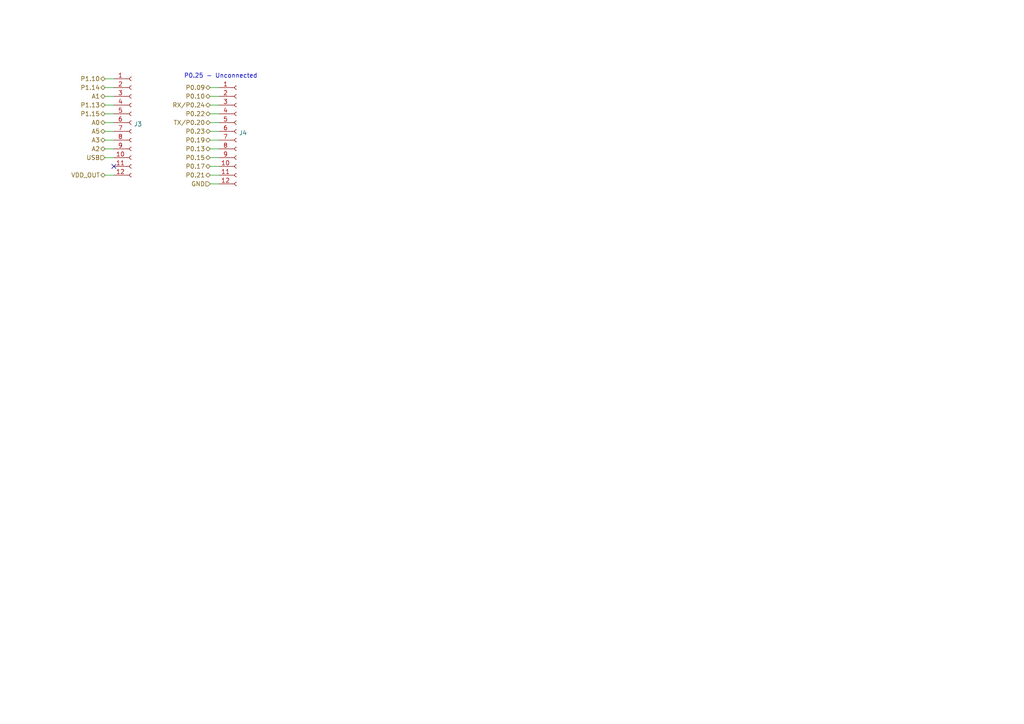
<source format=kicad_sch>
(kicad_sch (version 20211123) (generator eeschema)
  (paper "A4")
  (lib_symbols
    (symbol "Connector:Conn_01x12_Female" (pin_names (offset 1.016) hide)
      (property "Reference" "J" (at 0 15.24 0))
      (property "Value" "Conn_01x12_Female" (at 0 -17.78 0))
      (symbol "Conn_01x12_Female_1_1"
        (arc (start 0 -14.732) (mid -0.508 -15.24) (end 0 -15.748) (stroke (width 0.1524)))
        (arc (start 0 -12.192) (mid -0.508 -12.7) (end 0 -13.208) (stroke (width 0.1524)))
        (arc (start 0 -9.652) (mid -0.508 -10.16) (end 0 -10.668) (stroke (width 0.1524)))
        (arc (start 0 -7.112) (mid -0.508 -7.62) (end 0 -8.128) (stroke (width 0.1524)))
        (arc (start 0 -4.572) (mid -0.508 -5.08) (end 0 -5.588) (stroke (width 0.1524)))
        (arc (start 0 -2.032) (mid -0.508 -2.54) (end 0 -3.048) (stroke (width 0.1524)))
        (polyline (pts (xy -1.27 -15.24) (xy -0.508 -15.24)) (stroke (width 0.1524)))
        (polyline (pts (xy -1.27 -12.7) (xy -0.508 -12.7)) (stroke (width 0.1524)))
        (polyline (pts (xy -1.27 -10.16) (xy -0.508 -10.16)) (stroke (width 0.1524)))
        (polyline (pts (xy -1.27 -7.62) (xy -0.508 -7.62)) (stroke (width 0.1524)))
        (polyline (pts (xy -1.27 -5.08) (xy -0.508 -5.08)) (stroke (width 0.1524)))
        (polyline (pts (xy -1.27 -2.54) (xy -0.508 -2.54)) (stroke (width 0.1524)))
        (polyline (pts (xy -1.27 0) (xy -0.508 0)) (stroke (width 0.1524)))
        (polyline (pts (xy -1.27 2.54) (xy -0.508 2.54)) (stroke (width 0.1524)))
        (polyline (pts (xy -1.27 5.08) (xy -0.508 5.08)) (stroke (width 0.1524)))
        (polyline (pts (xy -1.27 7.62) (xy -0.508 7.62)) (stroke (width 0.1524)))
        (polyline (pts (xy -1.27 10.16) (xy -0.508 10.16)) (stroke (width 0.1524)))
        (polyline (pts (xy -1.27 12.7) (xy -0.508 12.7)) (stroke (width 0.1524)))
        (arc (start 0 0.508) (mid -0.508 0) (end 0 -0.508) (stroke (width 0.1524)))
        (arc (start 0 3.048) (mid -0.508 2.54) (end 0 2.032) (stroke (width 0.1524)))
        (arc (start 0 5.588) (mid -0.508 5.08) (end 0 4.572) (stroke (width 0.1524)))
        (arc (start 0 8.128) (mid -0.508 7.62) (end 0 7.112) (stroke (width 0.1524)))
        (arc (start 0 10.668) (mid -0.508 10.16) (end 0 9.652) (stroke (width 0.1524)))
        (arc (start 0 13.208) (mid -0.508 12.7) (end 0 12.192) (stroke (width 0.1524)))
        (pin passive line (at -5.08 12.7 0) (length 3.81) (name "Pin_1") (number "1"))
        (pin passive line (at -5.08 -10.16 0) (length 3.81) (name "Pin_10") (number "10"))
        (pin passive line (at -5.08 -12.7 0) (length 3.81) (name "Pin_11") (number "11"))
        (pin passive line (at -5.08 -15.24 0) (length 3.81) (name "Pin_12") (number "12"))
        (pin passive line (at -5.08 10.16 0) (length 3.81) (name "Pin_2") (number "2"))
        (pin passive line (at -5.08 7.62 0) (length 3.81) (name "Pin_3") (number "3"))
        (pin passive line (at -5.08 5.08 0) (length 3.81) (name "Pin_4") (number "4"))
        (pin passive line (at -5.08 2.54 0) (length 3.81) (name "Pin_5") (number "5"))
        (pin passive line (at -5.08 0 0) (length 3.81) (name "Pin_6") (number "6"))
        (pin passive line (at -5.08 -2.54 0) (length 3.81) (name "Pin_7") (number "7"))
        (pin passive line (at -5.08 -5.08 0) (length 3.81) (name "Pin_8") (number "8"))
        (pin passive line (at -5.08 -7.62 0) (length 3.81) (name "Pin_9") (number "9"))
      )
    )
  )
  (no_connect (at 33.02 48.26))
  (wire (pts (xy 30.48 22.86) (xy 33.02 22.86)))
  (wire (pts (xy 60.96 33.02) (xy 63.5 33.02)))
  (wire (pts (xy 30.48 38.1) (xy 33.02 38.1)))
  (wire (pts (xy 60.96 50.8) (xy 63.5 50.8)))
  (wire (pts (xy 60.96 27.94) (xy 63.5 27.94)))
  (wire (pts (xy 30.48 30.48) (xy 33.02 30.48)))
  (wire (pts (xy 30.48 45.72) (xy 33.02 45.72)))
  (wire (pts (xy 60.96 38.1) (xy 63.5 38.1)))
  (wire (pts (xy 60.96 30.48) (xy 63.5 30.48)))
  (wire (pts (xy 60.96 53.34) (xy 63.5 53.34)))
  (wire (pts (xy 30.48 25.4) (xy 33.02 25.4)))
  (wire (pts (xy 30.48 43.18) (xy 33.02 43.18)))
  (wire (pts (xy 60.96 43.18) (xy 63.5 43.18)))
  (wire (pts (xy 60.96 40.64) (xy 63.5 40.64)))
  (wire (pts (xy 30.48 50.8) (xy 33.02 50.8)))
  (wire (pts (xy 30.48 35.56) (xy 33.02 35.56)))
  (wire (pts (xy 30.48 33.02) (xy 33.02 33.02)))
  (wire (pts (xy 30.48 27.94) (xy 33.02 27.94)))
  (wire (pts (xy 60.96 25.4) (xy 63.5 25.4)))
  (wire (pts (xy 60.96 35.56) (xy 63.5 35.56)))
  (wire (pts (xy 60.96 48.26) (xy 63.5 48.26)))
  (wire (pts (xy 30.48 40.64) (xy 33.02 40.64)))
  (wire (pts (xy 60.96 45.72) (xy 63.5 45.72)))
  (text "P0.25 - Unconnected" (at 53.34 22.86 0) (effects (font (size 1.27 1.27)) (justify left bottom)))
  (hierarchical_label "P0.22" (shape bidirectional) (at 60.96 33.02 180))
  (hierarchical_label "P0.19" (shape bidirectional) (at 60.96 40.64 180))
  (hierarchical_label "P1.14" (shape bidirectional) (at 30.48 25.4 180))
  (hierarchical_label "A1" (shape bidirectional) (at 30.48 27.94 180))
  (hierarchical_label "P1.13" (shape bidirectional) (at 30.48 30.48 180))
  (hierarchical_label "P0.21" (shape bidirectional) (at 60.96 50.8 180))
  (hierarchical_label "A2" (shape bidirectional) (at 30.48 43.18 180))
  (hierarchical_label "P0.17" (shape bidirectional) (at 60.96 48.26 180))
  (hierarchical_label "TX{slash}P0.20" (shape bidirectional) (at 60.96 35.56 180))
  (hierarchical_label "A5" (shape bidirectional) (at 30.48 38.1 180))
  (hierarchical_label "P1.10" (shape bidirectional) (at 30.48 22.86 180))
  (hierarchical_label "RX{slash}P0.24" (shape bidirectional) (at 60.96 30.48 180))
  (hierarchical_label "GND" (shape input) (at 60.96 53.34 180))
  (hierarchical_label "P0.10" (shape bidirectional) (at 60.96 27.94 180))
  (hierarchical_label "P0.09" (shape bidirectional) (at 60.96 25.4 180))
  (hierarchical_label "P0.23" (shape bidirectional) (at 60.96 38.1 180))
  (hierarchical_label "A3" (shape bidirectional) (at 30.48 40.64 180))
  (hierarchical_label "P1.15" (shape bidirectional) (at 30.48 33.02 180))
  (hierarchical_label "A0" (shape bidirectional) (at 30.48 35.56 180))
  (hierarchical_label "USB" (shape input) (at 30.48 45.72 180))
  (hierarchical_label "P0.13" (shape bidirectional) (at 60.96 43.18 180))
  (hierarchical_label "VDD_OUT" (shape bidirectional) (at 30.48 50.8 180))
  (hierarchical_label "P0.15" (shape bidirectional) (at 60.96 45.72 180))
  (symbol (lib_id "Connector:Conn_01x12_Female") (at 38.1 35.56 0) (unit 1)
    (property "Reference" "J3" (at 38.8112 35.9953 0) (effects (justify left)))
    (property "Value" "Conn_01x12_Female" (effects hide))
    (property "Footprint" "Connector_PinSocket_2.54mm:PinSocket_1x12_P2.54mm_Vertical_SMD_Pin1Right" (effects hide))
  )
  (symbol (lib_id "Connector:Conn_01x12_Female") (at 68.58 38.1 0) (unit 1)
    (property "Reference" "J4" (at 69.2912 38.5353 0) (effects (justify left)))
    (property "Value" "Conn_01x12_Female" (effects hide))
    (property "Footprint" "Connector_PinSocket_2.54mm:PinSocket_1x12_P2.54mm_Vertical_SMD_Pin1Right" (effects hide))
  )
)
</source>
